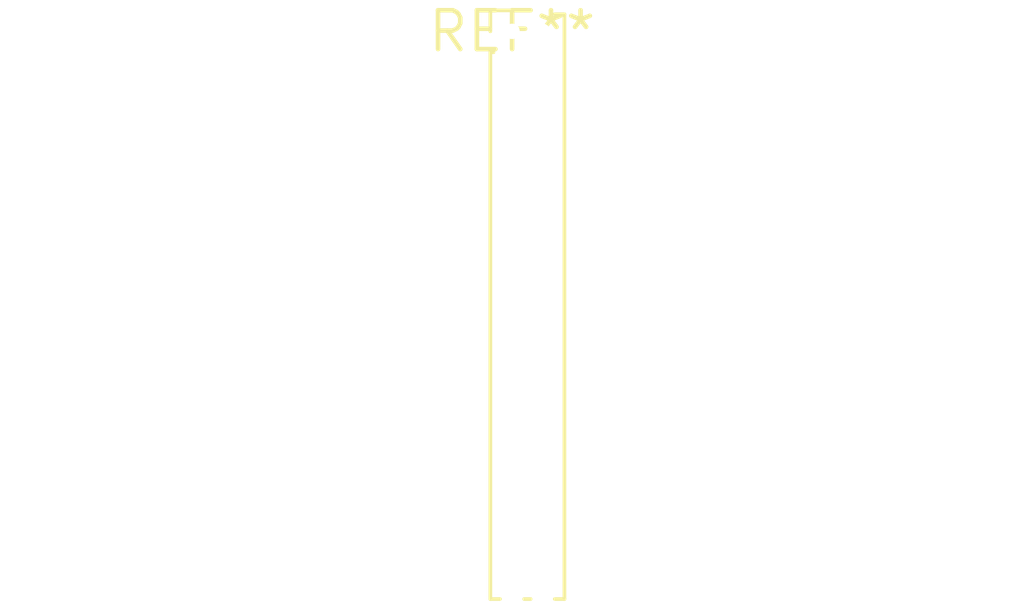
<source format=kicad_pcb>
(kicad_pcb (version 20240108) (generator pcbnew)
  (layers (0 "F.Cu" signal) (31 "B.Cu" signal) (34 "B.Paste" user) (35 "F.Paste" user) (36 "B.SilkS" user "B.Silkscreen") (37 "F.SilkS" user "F.Silkscreen") (38 "B.Mask" user) (39 "F.Mask" user) (44 "Edge.Cuts" user))
  (net 0 "")
  (footprint "PinHeader_2x19_P1.00mm_Vertical" (layer "F.Cu") (at 0 0)
    (property "Reference" "REF**")
    (property "Value" "PinHeader_2x19_P1.00mm_Vertical")
    (fp_line (start -0.71 -0.685) (end 0 -0.685) (layer "F.SilkS") (stroke (width 0.12)))
    (fp_line (start -0.71 0) (end -0.71 -0.685) (layer "F.SilkS") (stroke (width 0.12)))
    (fp_line (start -0.71 0.685) (end -0.71 18.56) (layer "F.SilkS") (stroke (width 0.12)))
    (fp_line (start -0.71 0.685) (end -0.608276 0.685) (layer "F.SilkS") (stroke (width 0.12)))
    (fp_line (start -0.71 18.56) (end -0.394493 18.56) (layer "F.SilkS") (stroke (width 0.12)))
    (fp_line (start 0.394493 18.56) (end 0.605507 18.56) (layer "F.SilkS") (stroke (width 0.12)))
    (fp_line (start 1.394493 -0.56) (end 1.71 -0.56) (layer "F.SilkS") (stroke (width 0.12)))
    (fp_line (start 1.394493 18.56) (end 1.71 18.56) (layer "F.SilkS") (stroke (width 0.12)))
    (fp_line (start 1.71 -0.56) (end 1.71 18.56) (layer "F.SilkS") (stroke (width 0.12)))
    (pad "1" thru_hole rect (at 0 0) (size 0.85 0.85) (drill 0.5) (layers *.Cu *.Mask) (remove_unused_layers))
    (pad "2" thru_hole oval (at 1 0) (size 0.85 0.85) (drill 0.5) (layers *.Cu *.Mask) (remove_unused_layers))
    (pad "3" thru_hole oval (at 0 1) (size 0.85 0.85) (drill 0.5) (layers *.Cu *.Mask) (remove_unused_layers))
    (pad "4" thru_hole oval (at 1 1) (size 0.85 0.85) (drill 0.5) (layers *.Cu *.Mask) (remove_unused_layers))
    (pad "5" thru_hole oval (at 0 2) (size 0.85 0.85) (drill 0.5) (layers *.Cu *.Mask) (remove_unused_layers))
    (pad "6" thru_hole oval (at 1 2) (size 0.85 0.85) (drill 0.5) (layers *.Cu *.Mask) (remove_unused_layers))
    (pad "7" thru_hole oval (at 0 3) (size 0.85 0.85) (drill 0.5) (layers *.Cu *.Mask) (remove_unused_layers))
    (pad "8" thru_hole oval (at 1 3) (size 0.85 0.85) (drill 0.5) (layers *.Cu *.Mask) (remove_unused_layers))
    (pad "9" thru_hole oval (at 0 4) (size 0.85 0.85) (drill 0.5) (layers *.Cu *.Mask) (remove_unused_layers))
    (pad "10" thru_hole oval (at 1 4) (size 0.85 0.85) (drill 0.5) (layers *.Cu *.Mask) (remove_unused_layers))
    (pad "11" thru_hole oval (at 0 5) (size 0.85 0.85) (drill 0.5) (layers *.Cu *.Mask) (remove_unused_layers))
    (pad "12" thru_hole oval (at 1 5) (size 0.85 0.85) (drill 0.5) (layers *.Cu *.Mask) (remove_unused_layers))
    (pad "13" thru_hole oval (at 0 6) (size 0.85 0.85) (drill 0.5) (layers *.Cu *.Mask) (remove_unused_layers))
    (pad "14" thru_hole oval (at 1 6) (size 0.85 0.85) (drill 0.5) (layers *.Cu *.Mask) (remove_unused_layers))
    (pad "15" thru_hole oval (at 0 7) (size 0.85 0.85) (drill 0.5) (layers *.Cu *.Mask) (remove_unused_layers))
    (pad "16" thru_hole oval (at 1 7) (size 0.85 0.85) (drill 0.5) (layers *.Cu *.Mask) (remove_unused_layers))
    (pad "17" thru_hole oval (at 0 8) (size 0.85 0.85) (drill 0.5) (layers *.Cu *.Mask) (remove_unused_layers))
    (pad "18" thru_hole oval (at 1 8) (size 0.85 0.85) (drill 0.5) (layers *.Cu *.Mask) (remove_unused_layers))
    (pad "19" thru_hole oval (at 0 9) (size 0.85 0.85) (drill 0.5) (layers *.Cu *.Mask) (remove_unused_layers))
    (pad "20" thru_hole oval (at 1 9) (size 0.85 0.85) (drill 0.5) (layers *.Cu *.Mask) (remove_unused_layers))
    (pad "21" thru_hole oval (at 0 10) (size 0.85 0.85) (drill 0.5) (layers *.Cu *.Mask) (remove_unused_layers))
    (pad "22" thru_hole oval (at 1 10) (size 0.85 0.85) (drill 0.5) (layers *.Cu *.Mask) (remove_unused_layers))
    (pad "23" thru_hole oval (at 0 11) (size 0.85 0.85) (drill 0.5) (layers *.Cu *.Mask) (remove_unused_layers))
    (pad "24" thru_hole oval (at 1 11) (size 0.85 0.85) (drill 0.5) (layers *.Cu *.Mask) (remove_unused_layers))
    (pad "25" thru_hole oval (at 0 12) (size 0.85 0.85) (drill 0.5) (layers *.Cu *.Mask) (remove_unused_layers))
    (pad "26" thru_hole oval (at 1 12) (size 0.85 0.85) (drill 0.5) (layers *.Cu *.Mask) (remove_unused_layers))
    (pad "27" thru_hole oval (at 0 13) (size 0.85 0.85) (drill 0.5) (layers *.Cu *.Mask) (remove_unused_layers))
    (pad "28" thru_hole oval (at 1 13) (size 0.85 0.85) (drill 0.5) (layers *.Cu *.Mask) (remove_unused_layers))
    (pad "29" thru_hole oval (at 0 14) (size 0.85 0.85) (drill 0.5) (layers *.Cu *.Mask) (remove_unused_layers))
    (pad "30" thru_hole oval (at 1 14) (size 0.85 0.85) (drill 0.5) (layers *.Cu *.Mask) (remove_unused_layers))
    (pad "31" thru_hole oval (at 0 15) (size 0.85 0.85) (drill 0.5) (layers *.Cu *.Mask) (remove_unused_layers))
    (pad "32" thru_hole oval (at 1 15) (size 0.85 0.85) (drill 0.5) (layers *.Cu *.Mask) (remove_unused_layers))
    (pad "33" thru_hole oval (at 0 16) (size 0.85 0.85) (drill 0.5) (layers *.Cu *.Mask) (remove_unused_layers))
    (pad "34" thru_hole oval (at 1 16) (size 0.85 0.85) (drill 0.5) (layers *.Cu *.Mask) (remove_unused_layers))
    (pad "35" thru_hole oval (at 0 17) (size 0.85 0.85) (drill 0.5) (layers *.Cu *.Mask) (remove_unused_layers))
    (pad "36" thru_hole oval (at 1 17) (size 0.85 0.85) (drill 0.5) (layers *.Cu *.Mask) (remove_unused_layers))
    (pad "37" thru_hole oval (at 0 18) (size 0.85 0.85) (drill 0.5) (layers *.Cu *.Mask) (remove_unused_layers))
    (pad "38" thru_hole oval (at 1 18) (size 0.85 0.85) (drill 0.5) (layers *.Cu *.Mask) (remove_unused_layers))
  )
)
</source>
